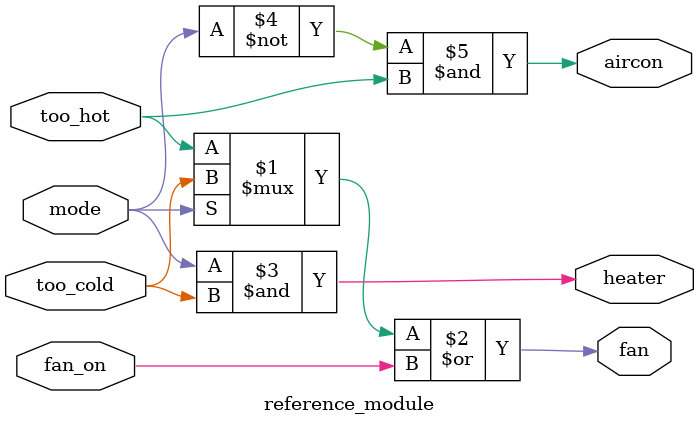
<source format=sv>
module reference_module(
	input mode,
	input too_cold, 
	input too_hot,
	input fan_on,
	output heater,
	output aircon,
	output fan
);
	
	assign fan = (mode ? too_cold : too_hot) | fan_on;
	assign heater = (mode & too_cold);
	assign aircon = (~mode & too_hot);
	
endmodule

</source>
